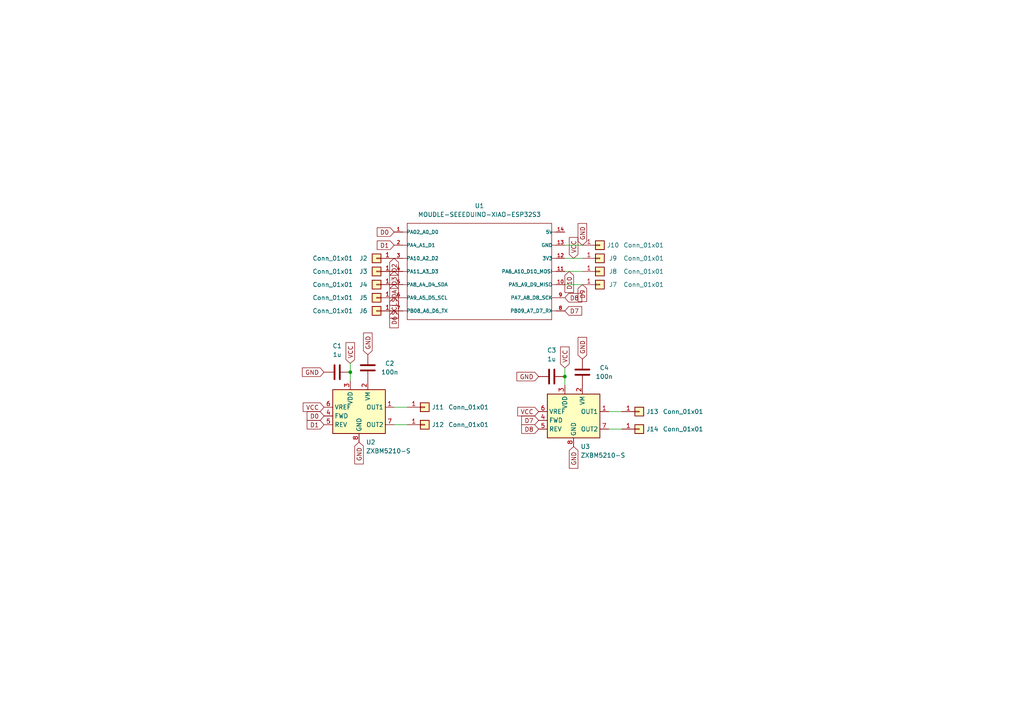
<source format=kicad_sch>
(kicad_sch (version 20211123) (generator eeschema)
  (paper "A4")
  (lib_symbols
    (symbol "Connector_Generic:Conn_01x01" (pin_names (offset 1.016) hide)
      (property "Reference" "J" (at 0 2.54 0))
      (property "Value" "Conn_01x01" (at 0 -2.54 0))
      (symbol "Conn_01x01_1_1"
        (rectangle (start -1.27 0.127) (end 0 -0.127) (stroke (width 0.1524)))
        (rectangle (start -1.27 1.27) (end 1.27 -1.27) (stroke (width 0.254)) (fill (type background)))
        (pin passive line (at -5.08 0 0) (length 3.81) (name "Pin_1") (number "1"))
      )
    )
    (symbol "Device:C" (pin_numbers hide) (pin_names (offset 0.254))
      (property "Reference" "C" (at 0.635 2.54 0))
      (property "Value" "C" (at 0.635 -2.54 0))
      (symbol "C_0_1"
        (polyline (pts (xy -2.032 -0.762) (xy 2.032 -0.762)) (stroke (width 0.508)))
        (polyline (pts (xy -2.032 0.762) (xy 2.032 0.762)) (stroke (width 0.508)))
      )
      (symbol "C_1_1"
        (pin passive line (at 0 3.81 270) (length 2.794) (name "~") (number "1"))
        (pin passive line (at 0 -3.81 90) (length 2.794) (name "~") (number "2"))
      )
    )
    (symbol "Driver_Motor:ZXBM5210-S"
      (property "Reference" "U" (at -7.62 8.89 0))
      (property "Value" "ZXBM5210-S" (at 10.16 8.89 0))
      (symbol "ZXBM5210-S_0_0"
        (pin output line (at 10.16 2.54 180) (length 2.54) (name "OUT1") (number "1"))
        (pin power_in line (at 2.54 10.16 270) (length 2.54) (name "VM") (number "2"))
        (pin power_in line (at -2.54 10.16 270) (length 2.54) (name "VDD") (number "3"))
        (pin input line (at -10.16 0 0) (length 2.54) (name "FWD") (number "4"))
        (pin input line (at -10.16 -2.54 0) (length 2.54) (name "REV") (number "5"))
        (pin input line (at -10.16 2.54 0) (length 2.54) (name "VREF") (number "6"))
        (pin output line (at 10.16 -2.54 180) (length 2.54) (name "OUT2") (number "7"))
        (pin power_in line (at 0 -7.62 90) (length 2.54) (name "GND") (number "8"))
      )
      (symbol "ZXBM5210-S_0_1"
        (rectangle (start -7.62 7.62) (end 7.62 -5.08) (stroke (width 0.254)) (fill (type background)))
      )
    )
    (symbol "XIAO ESP32:MOUDLE-SEEEDUINO-XIAO-ESP32S3" (pin_names (offset 1.016))
      (property "Reference" "U" (at -21.59 15.24 0))
      (property "Value" "MOUDLE-SEEEDUINO-XIAO-ESP32S3" (at -21.59 13.97 0))
      (symbol "MOUDLE-SEEEDUINO-XIAO-ESP32S3_0_0"
        (polyline (pts (xy -21.59 -13.97) (xy -21.59 0)) (stroke (width 0.1524)))
        (polyline (pts (xy -21.59 -11.43) (xy -22.86 -11.43)) (stroke (width 0.1524)))
        (polyline (pts (xy -21.59 -7.62) (xy -22.86 -7.62)) (stroke (width 0.1524)))
        (polyline (pts (xy -21.59 -3.81) (xy -22.86 -3.81)) (stroke (width 0.1524)))
        (polyline (pts (xy -21.59 0) (xy -22.86 0)) (stroke (width 0.1524)))
        (polyline (pts (xy -21.59 0) (xy -21.59 3.81)) (stroke (width 0.1524)))
        (polyline (pts (xy -21.59 3.81) (xy -22.86 3.81)) (stroke (width 0.1524)))
        (polyline (pts (xy -21.59 3.81) (xy -21.59 7.62)) (stroke (width 0.1524)))
        (polyline (pts (xy -21.59 7.62) (xy -22.86 7.62)) (stroke (width 0.1524)))
        (polyline (pts (xy -21.59 7.62) (xy -21.59 11.43)) (stroke (width 0.1524)))
        (polyline (pts (xy -21.59 11.43) (xy -22.86 11.43)) (stroke (width 0.1524)))
        (polyline (pts (xy -21.59 11.43) (xy -21.59 13.97)) (stroke (width 0.1524)))
        (polyline (pts (xy -21.59 13.97) (xy 20.32 13.97)) (stroke (width 0.1524)))
        (polyline (pts (xy 20.32 -13.97) (xy -21.59 -13.97)) (stroke (width 0.1524)))
        (polyline (pts (xy 20.32 3.81) (xy 20.32 -13.97)) (stroke (width 0.1524)))
        (polyline (pts (xy 20.32 7.62) (xy 20.32 3.81)) (stroke (width 0.1524)))
        (polyline (pts (xy 20.32 11.43) (xy 20.32 7.62)) (stroke (width 0.1524)))
        (polyline (pts (xy 20.32 13.97) (xy 20.32 11.43)) (stroke (width 0.1524)))
        (polyline (pts (xy 21.59 -11.43) (xy 20.32 -11.43)) (stroke (width 0.1524)))
        (polyline (pts (xy 21.59 -7.62) (xy 20.32 -7.62)) (stroke (width 0.1524)))
        (polyline (pts (xy 21.59 -3.81) (xy 20.32 -3.81)) (stroke (width 0.1524)))
        (polyline (pts (xy 21.59 0) (xy 20.32 0)) (stroke (width 0.1524)))
        (polyline (pts (xy 21.59 3.81) (xy 20.32 3.81)) (stroke (width 0.1524)))
        (polyline (pts (xy 21.59 7.62) (xy 20.32 7.62)) (stroke (width 0.1524)))
        (polyline (pts (xy 21.59 11.43) (xy 20.32 11.43)) (stroke (width 0.1524)))
        (pin bidirectional line (at -25.4 11.43 0) (length 2.54) (name "PA02_A0_D0") (number "1"))
        (pin bidirectional line (at 24.13 -3.81 180) (length 2.54) (name "PA5_A9_D9_MISO") (number "10"))
        (pin bidirectional line (at 24.13 0 180) (length 2.54) (name "PA6_A10_D10_MOSI") (number "11"))
        (pin bidirectional line (at 24.13 3.81 180) (length 2.54) (name "3V3") (number "12"))
        (pin bidirectional line (at 24.13 7.62 180) (length 2.54) (name "GND") (number "13"))
        (pin bidirectional line (at 24.13 11.43 180) (length 2.54) (name "5V") (number "14"))
        (pin bidirectional line (at -25.4 7.62 0) (length 2.54) (name "PA4_A1_D1") (number "2"))
        (pin bidirectional line (at -25.4 3.81 0) (length 2.54) (name "PA10_A2_D2") (number "3"))
        (pin bidirectional line (at -25.4 0 0) (length 2.54) (name "PA11_A3_D3") (number "4"))
        (pin bidirectional line (at -25.4 -3.81 0) (length 2.54) (name "PA8_A4_D4_SDA") (number "5"))
        (pin bidirectional line (at -25.4 -7.62 0) (length 2.54) (name "PA9_A5_D5_SCL") (number "6"))
        (pin bidirectional line (at -25.4 -11.43 0) (length 2.54) (name "PB08_A6_D6_TX") (number "7"))
        (pin bidirectional line (at 24.13 -11.43 180) (length 2.54) (name "PB09_A7_D7_RX") (number "8"))
        (pin bidirectional line (at 24.13 -7.62 180) (length 2.54) (name "PA7_A8_D8_SCK") (number "9"))
      )
    )
  )
  (junction (at 101.6 107.95))
  (junction (at 163.83 109.22))
  (wire (pts (xy 163.83 109.22) (xy 163.83 111.76)))
  (wire (pts (xy 101.6 107.95) (xy 101.6 110.49)))
  (wire (pts (xy 163.83 74.93) (xy 168.91 74.93)))
  (wire (pts (xy 114.3 118.11) (xy 118.11 118.11)))
  (wire (pts (xy 163.83 106.68) (xy 163.83 109.22)))
  (wire (pts (xy 180.34 124.46) (xy 176.53 124.46)))
  (wire (pts (xy 114.3 123.19) (xy 118.11 123.19)))
  (wire (pts (xy 163.83 71.12) (xy 168.91 71.12)))
  (wire (pts (xy 163.83 82.55) (xy 168.91 82.55)))
  (wire (pts (xy 163.83 78.74) (xy 168.91 78.74)))
  (wire (pts (xy 176.53 119.38) (xy 180.34 119.38)))
  (wire (pts (xy 101.6 105.41) (xy 101.6 107.95)))
  (global_label "D7" (shape input) (at 163.83 90.17 0) (property "Intersheet References" "${INTERSHEET_REFS}" (effects hide)))
  (global_label "D6" (shape input) (at 114.3 90.17 270) (property "Intersheet References" "${INTERSHEET_REFS}" (effects hide)))
  (global_label "D0" (shape input) (at 114.3 67.31 180) (property "Intersheet References" "${INTERSHEET_REFS}" (effects hide)))
  (global_label "D2" (shape input) (at 114.3 74.93 270) (property "Intersheet References" "${INTERSHEET_REFS}" (effects hide)))
  (global_label "D7" (shape input) (at 156.21 121.92 180) (property "Intersheet References" "${INTERSHEET_REFS}" (effects hide)))
  (global_label "D0" (shape input) (at 93.98 120.65 180) (property "Intersheet References" "${INTERSHEET_REFS}" (effects hide)))
  (global_label "SCL" (shape input) (at 114.3 86.36 270) (property "Intersheet References" "${INTERSHEET_REFS}" (effects hide)))
  (global_label "D3" (shape input) (at 114.3 78.74 270) (property "Intersheet References" "${INTERSHEET_REFS}" (effects hide)))
  (global_label "VCC" (shape input) (at 101.6 105.41 90) (property "Intersheet References" "${INTERSHEET_REFS}" (effects hide)))
  (global_label "D8" (shape input) (at 156.21 124.46 180) (property "Intersheet References" "${INTERSHEET_REFS}" (effects hide)))
  (global_label "VCC" (shape input) (at 93.98 118.11 180) (property "Intersheet References" "${INTERSHEET_REFS}" (effects hide)))
  (global_label "D10" (shape input) (at 165.1 78.74 270) (property "Intersheet References" "${INTERSHEET_REFS}" (effects hide)))
  (global_label "SDA" (shape input) (at 114.3 82.55 270) (property "Intersheet References" "${INTERSHEET_REFS}" (effects hide)))
  (global_label "D8" (shape input) (at 163.83 86.36 0) (property "Intersheet References" "${INTERSHEET_REFS}" (effects hide)))
  (global_label "D1" (shape input) (at 114.3 71.12 180) (property "Intersheet References" "${INTERSHEET_REFS}" (effects hide)))
  (global_label "GND" (shape input) (at 166.37 129.54 270) (property "Intersheet References" "${INTERSHEET_REFS}" (effects hide)))
  (global_label "GND" (shape input) (at 106.68 102.87 90) (property "Intersheet References" "${INTERSHEET_REFS}" (effects hide)))
  (global_label "GND" (shape input) (at 168.91 104.14 90) (property "Intersheet References" "${INTERSHEET_REFS}" (effects hide)))
  (global_label "VCC" (shape input) (at 166.37 74.93 90) (property "Intersheet References" "${INTERSHEET_REFS}" (effects hide)))
  (global_label "VCC" (shape input) (at 156.21 119.38 180) (property "Intersheet References" "${INTERSHEET_REFS}" (effects hide)))
  (global_label "GND" (shape input) (at 93.98 107.95 180) (property "Intersheet References" "${INTERSHEET_REFS}" (effects hide)))
  (global_label "GND" (shape input) (at 168.91 71.12 90) (property "Intersheet References" "${INTERSHEET_REFS}" (effects hide)))
  (global_label "GND" (shape input) (at 104.14 128.27 270) (property "Intersheet References" "${INTERSHEET_REFS}" (effects hide)))
  (global_label "VCC" (shape input) (at 163.83 106.68 90) (property "Intersheet References" "${INTERSHEET_REFS}" (effects hide)))
  (global_label "D9" (shape input) (at 168.91 82.55 270) (property "Intersheet References" "${INTERSHEET_REFS}" (effects hide)))
  (global_label "GND" (shape input) (at 156.21 109.22 180) (property "Intersheet References" "${INTERSHEET_REFS}" (effects hide)))
  (global_label "D1" (shape input) (at 93.98 123.19 180) (property "Intersheet References" "${INTERSHEET_REFS}" (effects hide)))
  (symbol (lib_id "Connector_Generic:Conn_01x01") (at 185.42 124.46 0) (unit 1)
    (property "Reference" "J14" (at 189.23 124.46 0))
    (property "Value" "Conn_01x01" (at 198.12 124.46 0))
    (property "Footprint" "TestPoint:TestPoint_Pad_1.5x1.5mm" (effects hide))
  )
  (symbol (lib_id "Connector_Generic:Conn_01x01") (at 173.99 71.12 0) (unit 1)
    (property "Reference" "J10" (at 177.8 71.12 0))
    (property "Value" "Conn_01x01" (at 186.69 71.12 0))
    (property "Footprint" "XIAO ESP32:TestPoint_Pad_D0.75mm" (effects hide))
  )
  (symbol (lib_id "Connector_Generic:Conn_01x01") (at 185.42 119.38 0) (unit 1)
    (property "Reference" "J13" (at 189.23 119.38 0))
    (property "Value" "Conn_01x01" (at 198.12 119.38 0))
    (property "Footprint" "TestPoint:TestPoint_Pad_1.5x1.5mm" (effects hide))
  )
  (symbol (lib_id "XIAO ESP32:MOUDLE-SEEEDUINO-XIAO-ESP32S3") (at 139.7 78.74 0) (unit 1)
    (property "Reference" "U1" (at 139.065 59.69 0))
    (property "Value" "MOUDLE-SEEEDUINO-XIAO-ESP32S3" (at 139.065 62.23 0))
    (property "Footprint" "MOUDLE14P-SMD-2.54-21X17.8MM" (effects hide))
  )
  (symbol (lib_id "Connector_Generic:Conn_01x01") (at 109.22 82.55 180) (unit 1)
    (property "Reference" "J4" (at 105.41 82.55 0))
    (property "Value" "Conn_01x01" (at 96.52 82.55 0))
    (property "Footprint" "XIAO ESP32:TestPoint_Pad_D0.75mm" (effects hide))
  )
  (symbol (lib_id "Connector_Generic:Conn_01x01") (at 173.99 74.93 0) (unit 1)
    (property "Reference" "J9" (at 177.8 74.93 0))
    (property "Value" "Conn_01x01" (at 186.69 74.93 0))
    (property "Footprint" "XIAO ESP32:TestPoint_Pad_D0.75mm" (effects hide))
  )
  (symbol (lib_id "Connector_Generic:Conn_01x01") (at 109.22 74.93 180) (unit 1)
    (property "Reference" "J2" (at 105.41 74.93 0))
    (property "Value" "Conn_01x01" (at 96.52 74.93 0))
    (property "Footprint" "XIAO ESP32:TestPoint_Pad_D0.75mm" (effects hide))
  )
  (symbol (lib_id "Device:C") (at 97.79 107.95 90) (unit 1)
    (property "Reference" "C1" (at 97.79 100.33 90))
    (property "Value" "1u" (at 97.79 102.87 90))
    (property "Footprint" "Capacitor_SMD:C_0805_2012Metric" (effects hide))
  )
  (symbol (lib_id "Device:C") (at 168.91 107.95 0) (unit 1)
    (property "Reference" "C4" (at 175.26 106.68 0))
    (property "Value" "100n" (at 175.26 109.22 0))
    (property "Footprint" "Capacitor_SMD:C_0805_2012Metric" (effects hide))
  )
  (symbol (lib_id "Connector_Generic:Conn_01x01") (at 123.19 118.11 0) (unit 1)
    (property "Reference" "J11" (at 127 118.11 0))
    (property "Value" "Conn_01x01" (at 135.89 118.11 0))
    (property "Footprint" "TestPoint:TestPoint_Pad_1.5x1.5mm" (effects hide))
  )
  (symbol (lib_id "Connector_Generic:Conn_01x01") (at 173.99 82.55 0) (unit 1)
    (property "Reference" "J7" (at 177.8 82.55 0))
    (property "Value" "Conn_01x01" (at 186.69 82.55 0))
    (property "Footprint" "XIAO ESP32:TestPoint_Pad_D0.75mm" (effects hide))
  )
  (symbol (lib_id "Driver_Motor:ZXBM5210-S") (at 166.37 121.92 0) (unit 1)
    (property "Reference" "U3" (at 168.3894 129.54 0) (effects (justify left)))
    (property "Value" "ZXBM5210-S" (at 168.3894 132.08 0) (effects (justify left)))
    (property "Footprint" "Package_SO:SOIC-8_3.9x4.9mm_P1.27mm" (effects hide))
    (property "Datasheet" "https://www.diodes.com/assets/Datasheets/ZXBM5210.pdf" (effects hide))
  )
  (symbol (lib_id "Connector_Generic:Conn_01x01") (at 123.19 123.19 0) (unit 1)
    (property "Reference" "J12" (at 127 123.19 0))
    (property "Value" "Conn_01x01" (at 135.89 123.19 0))
    (property "Footprint" "TestPoint:TestPoint_Pad_1.5x1.5mm" (effects hide))
  )
  (symbol (lib_id "Connector_Generic:Conn_01x01") (at 109.22 90.17 180) (unit 1)
    (property "Reference" "J6" (at 105.41 90.17 0))
    (property "Value" "Conn_01x01" (at 96.52 90.17 0))
    (property "Footprint" "XIAO ESP32:TestPoint_Pad_D0.75mm" (effects hide))
  )
  (symbol (lib_id "Connector_Generic:Conn_01x01") (at 109.22 78.74 180) (unit 1)
    (property "Reference" "J3" (at 105.41 78.74 0))
    (property "Value" "Conn_01x01" (at 96.52 78.74 0))
    (property "Footprint" "XIAO ESP32:TestPoint_Pad_D0.75mm" (effects hide))
  )
  (symbol (lib_id "Device:C") (at 160.02 109.22 90) (unit 1)
    (property "Reference" "C3" (at 160.02 101.6 90))
    (property "Value" "1u" (at 160.02 104.14 90))
    (property "Footprint" "Capacitor_SMD:C_0805_2012Metric" (effects hide))
  )
  (symbol (lib_id "Connector_Generic:Conn_01x01") (at 173.99 78.74 0) (unit 1)
    (property "Reference" "J8" (at 177.8 78.74 0))
    (property "Value" "Conn_01x01" (at 186.69 78.74 0))
    (property "Footprint" "XIAO ESP32:TestPoint_Pad_D0.75mm" (effects hide))
  )
  (symbol (lib_id "Driver_Motor:ZXBM5210-S") (at 104.14 120.65 0) (unit 1)
    (property "Reference" "U2" (at 106.1594 128.27 0) (effects (justify left)))
    (property "Value" "ZXBM5210-S" (at 106.1594 130.81 0) (effects (justify left)))
    (property "Footprint" "Package_SO:SOIC-8_3.9x4.9mm_P1.27mm" (effects hide))
    (property "Datasheet" "https://www.diodes.com/assets/Datasheets/ZXBM5210.pdf" (effects hide))
  )
  (symbol (lib_id "Device:C") (at 106.68 106.68 0) (unit 1)
    (property "Reference" "C2" (at 113.03 105.41 0))
    (property "Value" "100n" (at 113.03 107.95 0))
    (property "Footprint" "Capacitor_SMD:C_0805_2012Metric" (effects hide))
  )
  (symbol (lib_id "Connector_Generic:Conn_01x01") (at 109.22 86.36 180) (unit 1)
    (property "Reference" "J5" (at 105.41 86.36 0))
    (property "Value" "Conn_01x01" (at 96.52 86.36 0))
    (property "Footprint" "XIAO ESP32:TestPoint_Pad_D0.75mm" (effects hide))
  )
)
</source>
